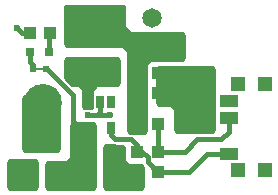
<source format=gtl>
G04 #@! TF.FileFunction,Copper,L1,Top,Signal*
%FSLAX46Y46*%
G04 Gerber Fmt 4.6, Leading zero omitted, Abs format (unit mm)*
G04 Created by KiCad (PCBNEW 4.0.6) date 07/28/17 12:18:36*
%MOMM*%
%LPD*%
G01*
G04 APERTURE LIST*
%ADD10C,0.100000*%
%ADD11R,0.650000X1.060000*%
%ADD12C,3.216000*%
%ADD13R,1.651000X1.651000*%
%ADD14C,1.651000*%
%ADD15R,1.100000X1.000000*%
%ADD16R,3.700000X1.200000*%
%ADD17R,1.016000X1.143000*%
%ADD18R,1.000000X1.100000*%
%ADD19R,0.800000X0.800000*%
%ADD20R,1.200000X1.200000*%
%ADD21R,1.500000X1.000000*%
%ADD22R,0.600000X0.500000*%
%ADD23R,0.800000X0.150000*%
%ADD24C,0.600000*%
%ADD25C,0.400000*%
%ADD26C,0.250000*%
%ADD27C,0.254000*%
G04 APERTURE END LIST*
D10*
D11*
X147762000Y-105072000D03*
X146812000Y-105072000D03*
X145862000Y-105072000D03*
X145862000Y-107272000D03*
X147762000Y-107272000D03*
D12*
X141986000Y-105156000D03*
X154686000Y-105156000D03*
D13*
X151257000Y-100457000D03*
D14*
X151257000Y-97917000D03*
D15*
X145962000Y-110871000D03*
X147662000Y-110871000D03*
X150026000Y-104267000D03*
X151726000Y-104267000D03*
X150026000Y-102616000D03*
X151726000Y-102616000D03*
D16*
X146304000Y-102711000D03*
X146304000Y-98711000D03*
D17*
X141986000Y-108585000D03*
X142875000Y-110617000D03*
X141097000Y-110617000D03*
D15*
X150026000Y-106934000D03*
X151726000Y-106934000D03*
D18*
X151765000Y-109259000D03*
X151765000Y-110959000D03*
X149987000Y-109259000D03*
X149987000Y-110959000D03*
D15*
X142582000Y-99187000D03*
X140882000Y-99187000D03*
D19*
X140932000Y-100838000D03*
X142532000Y-100838000D03*
D20*
X160789000Y-110838000D03*
X158489000Y-110838000D03*
X160789000Y-103538000D03*
X158489000Y-103538000D03*
D21*
X157739000Y-106438000D03*
X157739000Y-104938000D03*
X157739000Y-109438000D03*
D15*
X145962000Y-109220000D03*
X147662000Y-109220000D03*
D22*
X141182000Y-102235000D03*
X142282000Y-102235000D03*
D23*
X141732000Y-102235000D03*
D24*
X148844000Y-112014000D03*
X149860000Y-112014000D03*
X148844000Y-110871000D03*
X147828000Y-112014000D03*
X139700000Y-112141000D03*
X139700000Y-110617000D03*
X140716000Y-112141000D03*
X153162000Y-102616000D03*
X146812000Y-106172000D03*
X145796000Y-106172000D03*
X147701000Y-106172000D03*
X139827000Y-98806000D03*
D25*
X141986000Y-108585000D02*
X141986000Y-105029000D01*
X148844000Y-112014000D02*
X149860000Y-112014000D01*
X147828000Y-112014000D02*
X148844000Y-112014000D01*
X148844000Y-110871000D02*
X147662000Y-110871000D01*
X148844000Y-112014000D02*
X148844000Y-110871000D01*
X140716000Y-112141000D02*
X139700000Y-112141000D01*
X139700000Y-110617000D02*
X141097000Y-110617000D01*
X139700000Y-112141000D02*
X139700000Y-110617000D01*
X151726000Y-102616000D02*
X153162000Y-102616000D01*
X146812000Y-106172000D02*
X145796000Y-106172000D01*
X147701000Y-106172000D02*
X146812000Y-106172000D01*
X146812000Y-106172000D02*
X146812000Y-105072000D01*
X140882000Y-99187000D02*
X140208000Y-99187000D01*
X140208000Y-99187000D02*
X139827000Y-98806000D01*
D26*
X147940000Y-110544000D02*
X147740000Y-110744000D01*
D25*
X145862000Y-107272000D02*
X145118000Y-107272000D01*
X144526000Y-106680000D02*
X144526000Y-105731000D01*
X145118000Y-107272000D02*
X144526000Y-106680000D01*
X144526000Y-104775000D02*
X144526000Y-104429000D01*
X144526000Y-105731000D02*
X144526000Y-104775000D01*
X142282000Y-102235000D02*
X142332000Y-102235000D01*
X142332000Y-102235000D02*
X144526000Y-104429000D01*
X141182000Y-102235000D02*
X141182000Y-101888000D01*
X141182000Y-101888000D02*
X140932000Y-101638000D01*
X144526000Y-104429000D02*
X142332000Y-102235000D01*
X145862000Y-107272000D02*
X145862000Y-107067000D01*
X140932000Y-100838000D02*
X140932000Y-101638000D01*
X140932000Y-101638000D02*
X141078999Y-101784999D01*
X150026000Y-102616000D02*
X150026000Y-100926000D01*
X150026000Y-100926000D02*
X150495000Y-100457000D01*
X146304000Y-98711000D02*
X148749000Y-98711000D01*
X148749000Y-98711000D02*
X150495000Y-100457000D01*
X146304000Y-98711000D02*
X147554000Y-98711000D01*
X146304000Y-103700000D02*
X146304000Y-102711000D01*
X145862000Y-105072000D02*
X145862000Y-104142000D01*
X145862000Y-104142000D02*
X146304000Y-103700000D01*
X157902000Y-104775000D02*
X157739000Y-104938000D01*
X157775000Y-104775000D02*
X157612000Y-104938000D01*
X157775000Y-104902000D02*
X157612000Y-105065000D01*
X157775000Y-104902000D02*
X157612000Y-105065000D01*
X157739000Y-109438000D02*
X155865000Y-109438000D01*
X154344000Y-110959000D02*
X151765000Y-110959000D01*
X155865000Y-109438000D02*
X154344000Y-110959000D01*
X147762000Y-107272000D02*
X147762000Y-107823000D01*
X147762000Y-107823000D02*
X148143000Y-108204000D01*
X149987000Y-108712000D02*
X149987000Y-109259000D01*
X148143000Y-108204000D02*
X149479000Y-108204000D01*
X149479000Y-108204000D02*
X149987000Y-108712000D01*
X150864999Y-109728000D02*
X150864999Y-110129001D01*
X150864999Y-110129001D02*
X151694998Y-110959000D01*
X151694998Y-110959000D02*
X151765000Y-110959000D01*
X149987000Y-109259000D02*
X150395999Y-109259000D01*
X150395999Y-109259000D02*
X150864999Y-109728000D01*
X151765000Y-109259000D02*
X154012000Y-109259000D01*
X157739000Y-107564000D02*
X157739000Y-106438000D01*
X157099000Y-108204000D02*
X157739000Y-107564000D01*
X155067000Y-108204000D02*
X157099000Y-108204000D01*
X154012000Y-109259000D02*
X155067000Y-108204000D01*
X151765000Y-109259000D02*
X151765000Y-106973000D01*
X151765000Y-106973000D02*
X151726000Y-106934000D01*
X142532000Y-100838000D02*
X142532000Y-99237000D01*
X142532000Y-99237000D02*
X142582000Y-99187000D01*
D27*
G36*
X148844000Y-98806000D02*
X148854006Y-98855410D01*
X148881197Y-98895803D01*
X149135197Y-99149803D01*
X149177211Y-99177666D01*
X149225000Y-99187000D01*
X153744394Y-99187000D01*
X153924000Y-99366606D01*
X153924000Y-101293394D01*
X153744394Y-101473000D01*
X151130000Y-101473000D01*
X151080590Y-101483006D01*
X151040197Y-101510197D01*
X150786197Y-101764197D01*
X150758334Y-101806211D01*
X150749000Y-101854000D01*
X150749000Y-107516394D01*
X150569394Y-107696000D01*
X149574521Y-107696000D01*
X149479000Y-107677000D01*
X149385606Y-107677000D01*
X149225000Y-107516394D01*
X149225000Y-100838000D01*
X149214994Y-100788590D01*
X149187803Y-100748197D01*
X148806803Y-100367197D01*
X148764789Y-100339334D01*
X148717000Y-100330000D01*
X144070606Y-100330000D01*
X143891000Y-100150394D01*
X143891000Y-96897000D01*
X148844000Y-96897000D01*
X148844000Y-98806000D01*
X148844000Y-98806000D01*
G37*
X148844000Y-98806000D02*
X148854006Y-98855410D01*
X148881197Y-98895803D01*
X149135197Y-99149803D01*
X149177211Y-99177666D01*
X149225000Y-99187000D01*
X153744394Y-99187000D01*
X153924000Y-99366606D01*
X153924000Y-101293394D01*
X153744394Y-101473000D01*
X151130000Y-101473000D01*
X151080590Y-101483006D01*
X151040197Y-101510197D01*
X150786197Y-101764197D01*
X150758334Y-101806211D01*
X150749000Y-101854000D01*
X150749000Y-107516394D01*
X150569394Y-107696000D01*
X149574521Y-107696000D01*
X149479000Y-107677000D01*
X149385606Y-107677000D01*
X149225000Y-107516394D01*
X149225000Y-100838000D01*
X149214994Y-100788590D01*
X149187803Y-100748197D01*
X148806803Y-100367197D01*
X148764789Y-100339334D01*
X148717000Y-100330000D01*
X144070606Y-100330000D01*
X143891000Y-100150394D01*
X143891000Y-96897000D01*
X148844000Y-96897000D01*
X148844000Y-98806000D01*
G36*
X156464000Y-102287606D02*
X156464000Y-107389394D01*
X156284394Y-107569000D01*
X153341606Y-107569000D01*
X153162000Y-107389394D01*
X153162000Y-105664000D01*
X153151994Y-105614590D01*
X153124803Y-105574197D01*
X152870803Y-105320197D01*
X152828789Y-105292334D01*
X152781000Y-105283000D01*
X151817606Y-105283000D01*
X151638000Y-105103394D01*
X151638000Y-102287606D01*
X151817606Y-102108000D01*
X156284394Y-102108000D01*
X156464000Y-102287606D01*
X156464000Y-102287606D01*
G37*
X156464000Y-102287606D02*
X156464000Y-107389394D01*
X156284394Y-107569000D01*
X153341606Y-107569000D01*
X153162000Y-107389394D01*
X153162000Y-105664000D01*
X153151994Y-105614590D01*
X153124803Y-105574197D01*
X152870803Y-105320197D01*
X152828789Y-105292334D01*
X152781000Y-105283000D01*
X151817606Y-105283000D01*
X151638000Y-105103394D01*
X151638000Y-102287606D01*
X151817606Y-102108000D01*
X156284394Y-102108000D01*
X156464000Y-102287606D01*
G36*
X148463000Y-101525606D02*
X148463000Y-103452394D01*
X148283394Y-103632000D01*
X146558000Y-103632000D01*
X146508590Y-103642006D01*
X146468197Y-103669197D01*
X146214197Y-103923197D01*
X146186334Y-103965211D01*
X146177000Y-104013000D01*
X146177000Y-104426419D01*
X146153594Y-104542000D01*
X146153594Y-105507800D01*
X146124394Y-105537000D01*
X145467606Y-105537000D01*
X145415000Y-105484394D01*
X145415000Y-104013000D01*
X145404994Y-103963590D01*
X145377803Y-103923197D01*
X145123803Y-103669197D01*
X145081789Y-103641334D01*
X145034000Y-103632000D01*
X144474291Y-103632000D01*
X143891000Y-103048709D01*
X143891000Y-101525606D01*
X144070606Y-101346000D01*
X148283394Y-101346000D01*
X148463000Y-101525606D01*
X148463000Y-101525606D01*
G37*
X148463000Y-101525606D02*
X148463000Y-103452394D01*
X148283394Y-103632000D01*
X146558000Y-103632000D01*
X146508590Y-103642006D01*
X146468197Y-103669197D01*
X146214197Y-103923197D01*
X146186334Y-103965211D01*
X146177000Y-104013000D01*
X146177000Y-104426419D01*
X146153594Y-104542000D01*
X146153594Y-105507800D01*
X146124394Y-105537000D01*
X145467606Y-105537000D01*
X145415000Y-105484394D01*
X145415000Y-104013000D01*
X145404994Y-103963590D01*
X145377803Y-103923197D01*
X145123803Y-103669197D01*
X145081789Y-103641334D01*
X145034000Y-103632000D01*
X144474291Y-103632000D01*
X143891000Y-103048709D01*
X143891000Y-101525606D01*
X144070606Y-101346000D01*
X148283394Y-101346000D01*
X148463000Y-101525606D01*
G36*
X143383000Y-104700606D02*
X143383000Y-109040394D01*
X143203394Y-109220000D01*
X140514606Y-109220000D01*
X140335000Y-109040394D01*
X140335000Y-104700606D01*
X140514606Y-104521000D01*
X143203394Y-104521000D01*
X143383000Y-104700606D01*
X143383000Y-104700606D01*
G37*
X143383000Y-104700606D02*
X143383000Y-109040394D01*
X143203394Y-109220000D01*
X140514606Y-109220000D01*
X140335000Y-109040394D01*
X140335000Y-104700606D01*
X140514606Y-104521000D01*
X143203394Y-104521000D01*
X143383000Y-104700606D01*
G36*
X146431000Y-106986606D02*
X146431000Y-112215394D01*
X146251394Y-112395000D01*
X142419606Y-112395000D01*
X142240000Y-112215394D01*
X142240000Y-110288606D01*
X142419606Y-110109000D01*
X144018000Y-110109000D01*
X144067410Y-110098994D01*
X144107803Y-110071803D01*
X144361803Y-109817803D01*
X144389666Y-109775789D01*
X144399000Y-109728000D01*
X144399000Y-106986606D01*
X144578606Y-106807000D01*
X146251394Y-106807000D01*
X146431000Y-106986606D01*
X146431000Y-106986606D01*
G37*
X146431000Y-106986606D02*
X146431000Y-112215394D01*
X146251394Y-112395000D01*
X142419606Y-112395000D01*
X142240000Y-112215394D01*
X142240000Y-110288606D01*
X142419606Y-110109000D01*
X144018000Y-110109000D01*
X144067410Y-110098994D01*
X144107803Y-110071803D01*
X144361803Y-109817803D01*
X144389666Y-109775789D01*
X144399000Y-109728000D01*
X144399000Y-106986606D01*
X144578606Y-106807000D01*
X146251394Y-106807000D01*
X146431000Y-106986606D01*
G36*
X148143000Y-108731000D02*
X148683394Y-108731000D01*
X148844000Y-108891606D01*
X148844000Y-109982000D01*
X148854006Y-110031410D01*
X148881197Y-110071803D01*
X149135197Y-110325803D01*
X149177211Y-110353666D01*
X149225000Y-110363000D01*
X150315394Y-110363000D01*
X150495000Y-110542606D01*
X150495000Y-112215394D01*
X150315394Y-112395000D01*
X147372606Y-112395000D01*
X147193000Y-112215394D01*
X147193000Y-108891606D01*
X147372606Y-108712000D01*
X148047479Y-108712000D01*
X148143000Y-108731000D01*
X148143000Y-108731000D01*
G37*
X148143000Y-108731000D02*
X148683394Y-108731000D01*
X148844000Y-108891606D01*
X148844000Y-109982000D01*
X148854006Y-110031410D01*
X148881197Y-110071803D01*
X149135197Y-110325803D01*
X149177211Y-110353666D01*
X149225000Y-110363000D01*
X150315394Y-110363000D01*
X150495000Y-110542606D01*
X150495000Y-112215394D01*
X150315394Y-112395000D01*
X147372606Y-112395000D01*
X147193000Y-112215394D01*
X147193000Y-108891606D01*
X147372606Y-108712000D01*
X148047479Y-108712000D01*
X148143000Y-108731000D01*
G36*
X141478000Y-110161606D02*
X141478000Y-112215394D01*
X141298394Y-112395000D01*
X139244606Y-112395000D01*
X139065000Y-112215394D01*
X139065000Y-110161606D01*
X139244606Y-109982000D01*
X141298394Y-109982000D01*
X141478000Y-110161606D01*
X141478000Y-110161606D01*
G37*
X141478000Y-110161606D02*
X141478000Y-112215394D01*
X141298394Y-112395000D01*
X139244606Y-112395000D01*
X139065000Y-112215394D01*
X139065000Y-110161606D01*
X139244606Y-109982000D01*
X141298394Y-109982000D01*
X141478000Y-110161606D01*
M02*

</source>
